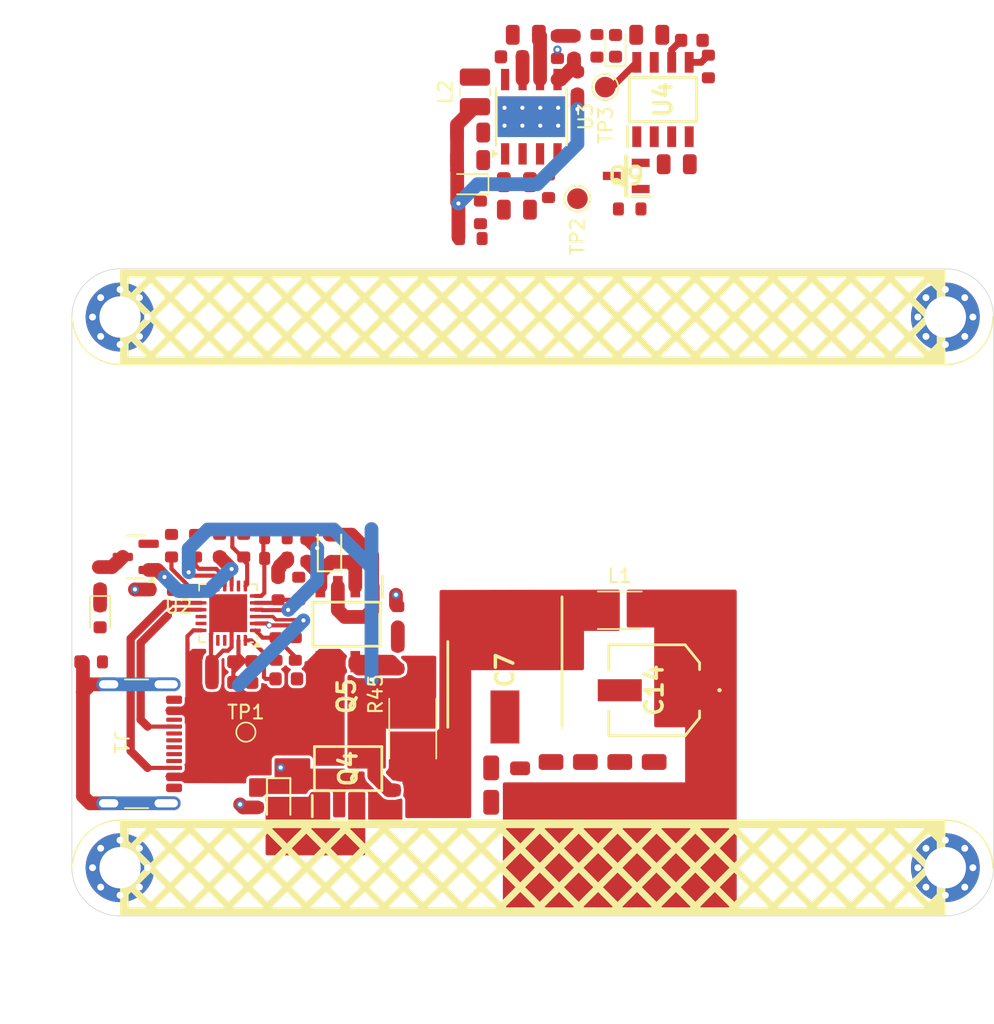
<source format=kicad_pcb>
(kicad_pcb (version 20241229) (generator "pcbnew") (generator_version "9.0")
  (layers (0 "F.Cu" signal) (4 "In1.Cu" signal) (6 "In2.Cu" signal) (8 "In3.Cu" signal) (10 "In4.Cu" signal) (2 "B.Cu" signal) (13 "F.Paste" user) (15 "B.Paste" user) (5 "F.SilkS" user "F.Silkscreen") (7 "B.SilkS" user "B.Silkscreen") (1 "F.Mask" user) (3 "B.Mask" user) (25 "Edge.Cuts" user))
  (net 0 "")
  (net 1 "GND")
  (net 2 "+VBUS_PD")
  (net 3 "Net-(U2-VDDD)")
  (net 4 "Net-(U2-VCCD)")
  (net 5 "Net-(Q4-G1)")
  (net 6 "Net-(Q4-D1_1)")
  (net 7 "Net-(Q4-S1)")
  (net 8 "Net-(Q5-S1)")
  (net 9 "Net-(Q5-G1)")
  (net 10 "Net-(J1-CC1)")
  (net 11 "Net-(J1-D+-PadA6)")
  (net 12 "Net-(J1-D--PadA7)")
  (net 13 "Net-(J1-SHIELD)")
  (net 14 "Net-(J1-CC2)")
  (net 15 "+VBUS_SAFE")
  (net 16 "PD_FAULT")
  (net 17 "Net-(Q6-D)")
  (net 18 "Net-(U2-VBUS_FET_EN)")
  (net 19 "Net-(U2-SAFE_PWR_EN)")
  (net 20 "Net-(U2-VBUS_MIN)")
  (net 21 "Net-(U2-ISNK_FINE)")
  (net 22 "Net-(U2-ISNK_COARSE)")
  (net 23 "+3.3V")
  (net 24 "PD_SCL")
  (net 25 "PD_SDA")
  (net 26 "Net-(D3-K)")
  (net 27 "PD_INT")
  (net 28 "PD_FLIP")
  (net 29 "PD_SAFE")
  (net 34 "PD_IO1")
  (net 35 "+V_MAIN")
  (net 36 "Net-(U2-GND-Pad22)")
  (net 37 "Net-(U3-BOOT)")
  (net 38 "Net-(U3-SW)")
  (net 39 "Net-(D13-A)")
  (net 40 "Net-(U3-VCC)")
  (net 41 "+3V3")
  (net 42 "+5V")
  (net 43 "Net-(U4-CDELAY)")
  (net 44 "Net-(D13-K)")
  (net 45 "Net-(D14-K)")
  (net 46 "Net-(U3-FB)")
  (net 47 "Net-(R39-Pad2)")
  (net 48 "Net-(U4-PWRGD)")
  (net 49 "Net-(U3-EN)")
  (net 51 "Net-(C26-Pad1)")
  (footprint "PCM_JLCPCB:R_0603" (layer "F.Cu") (at 140.739999 123.610003 -90)
    (property "Reference" "R27" (hide yes))
    (property "Value" "2.2kΩ")
  )
  (footprint "PCM_JLCPCB:R_0603" (layer "F.Cu") (at 142.489997 123.610001 -90)
    (property "Reference" "R30" (hide yes))
    (property "Value" "2.2kΩ")
  )
  (footprint "PCM_JLCPCB:R_0603" (layer "F.Cu") (at 179.770002 88.800001 90)
    (property "Reference" "R43" (hide yes))
    (property "Value" "100kΩ")
  )
  (footprint "PCM_JLCPCB:R_0603" (layer "F.Cu") (at 135.55 125.95 90)
    (property "Reference" "R28" (hide yes))
    (property "Value" "2.2kΩ")
  )
  (footprint "PCM_JLCPCB:C_0603" (layer "F.Cu") (at 146.582497 132.784004 -90)
    (property "Reference" "C10" (hide yes))
    (property "Value" "4.7uF")
  )
  (footprint "PCM_JLCPCB:R_0603" (layer "F.Cu") (at 148.332507 123.034002 180)
    (property "Reference" "R25" (hide yes))
    (property "Value" "10kΩ")
  )
  (footprint "PCM_JLCPCB:R_0603" (layer "F.Cu") (at 150.595413 123.942194 90)
    (property "Reference" "R19" (hide yes))
    (property "Value" "1kΩ")
  )
  (footprint "PCM_JLCPCB:R_0603" (layer "F.Cu") (at 139.99 126.790002)
    (property "Reference" "R26" (hide yes))
    (property "Value" "2.2kΩ")
  )
  (footprint "PCM_JLCPCB:R_0603" (layer "F.Cu") (at 171.669998 87.300001 90)
    (property "Reference" "R44" (hide yes))
    (property "Value" "1kΩ")
  )
  (footprint "LED_SMD:LED_0603_1608Metric" (layer "F.Cu") (at 135.55 128.75 -90)
    (property "Reference" "D3" (hide yes))
    (property "Value" "LED")
  )
  (footprint "PCM_JLCPCB:C_0603" (layer "F.Cu") (at 144.459996 133.539998 180)
    (property "Reference" "C8" (hide yes))
    (property "Value" "100nF")
  )
  (footprint "DCPower:CAPAE830X1100N" (layer "F.Cu") (at 164.979999 132.649997 -90)
    (property "Reference" "C7")
    (property "Value" "100uF" (hide yes))
  )
  (footprint "PCM_JLCPCB:R_0603" (layer "F.Cu") (at 150.079998 141.799996 90)
    (property "Reference" "R1" (hide yes))
    (property "Value" "75kΩ")
  )
  (footprint "PCM_JLCPCB:R_0603" (layer "F.Cu") (at 148.489997 126.719998 90)
    (property "Reference" "R22" (hide yes))
    (property "Value" "2.2kΩ")
  )
  (footprint "PCM_JLCPCB:D_SOD-323" (layer "F.Cu") (at 152.227491 123.859003 90)
    (property "Reference" "D2" (hide yes))
    (property "Value" "H15VSD3B")
  )
  (footprint "TestPoint:TestPoint_Pad_D1.0mm" (layer "F.Cu") (at 146.15 137.15)
    (property "Reference" "TP1")
    (property "Value" "TestPoint")
  )
  (footprint "PCM_JLCPCB:R_0603" (layer "F.Cu") (at 134.9 132.05)
    (property "Reference" "R3" (hide yes))
    (property "Value" "1MΩ")
  )
  (footprint "PCM_JLCPCB:R_0603" (layer "F.Cu") (at 162.499998 101.300002)
    (property "Reference" "R41" (hide yes))
    (property "Value" "10kΩ")
  )
  (footprint "UniversalAlexLibrary:SOIC127P600X175-8N" (layer "F.Cu") (at 153.579998 139.799996 90)
    (property "Reference" "Q4")
    (property "Value" "DMP4025LSD-13" (hide yes))
  )
  (footprint "PCM_JLCPCB:R_0603" (layer "F.Cu") (at 154.512499 124.784003 180)
    (property "Reference" "R18" (hide yes))
    (property "Value" "75kΩ")
  )
  (footprint "PCM_JLCPCB:C_0805" (layer "F.Cu") (at 177.469999 95.9)
    (property "Reference" "C24" (hide yes))
    (property "Value" "10uF")
  )
  (footprint "PCM_JLCPCB:R_0603" (layer "F.Cu") (at 149.739996 131.11 -90)
    (property "Reference" "R24" (hide yes))
    (property "Value" "10kΩ")
  )
  (footprint "PCM_JLCPCB:C_0805" (layer "F.Cu") (at 165.849995 97.200002 180)
    (property "Reference" "C19" (hide yes))
    (property "Value" "220nF")
  )
  (footprint "PCM_JLCPCB:R_0603" (layer "F.Cu") (at 144.239995 123.609998 90)
    (property "Reference" "R31" (hide yes))
    (property "Value" "10kΩ")
  )
  (footprint "PCM_JLCPCB:Hole, 3mm" (layer "F.Cu") (at 137 107)
    (property "Reference" "H1" (hide yes))
    (property "Value" "~" (hide yes))
  )
  (footprint "PCM_JLCPCB:C_0603" (layer "F.Cu") (at 156.929998 142.149996 -90)
    (property "Reference" "C12" (hide yes))
    (property "Value" "1uF")
  )
  (footprint "PCM_JLCPCB:C_1206" (layer "F.Cu") (at 162.499999 142.25)
    (property "Reference" "C27" (hide yes))
    (property "Value" "10uF")
  )
  (footprint "PCM_JLCPCB:C_0603" (layer "F.Cu") (at 149.082497 133.284004)
    (property "Reference" "C11" (hide yes))
    (property "Value" "4.7uF")
  )
  (footprint "PCM_JLCPCB:R_0603" (layer "F.Cu") (at 146.979998 141.799996 -90)
    (property "Reference" "R17" (hide yes))
    (property "Value" "1kΩ")
  )
  (footprint "PCM_JLCPCB:C_0805" (layer "F.Cu") (at 175.47 86.5)
    (property "Reference" "C23" (hide yes))
    (property "Value" "22uF")
  )
  (footprint "TestPoint:TestPoint_Pad_D1.5mm" (layer "F.Cu") (at 170.249997 98.4 -90)
    (property "Reference" "TP2")
    (property "Value" "TestPoint")
  )
  (footprint "TestPoint:TestPoint_Pad_D1.5mm" (layer "F.Cu") (at 172.270001 90.3 90)
    (property "Reference" "TP3")
    (property "Value" "TestPoint")
  )
  (footprint "PCM_JLCPCB:R_0603" (layer "F.Cu") (at 148.337498 131.110001 -90)
    (property "Reference" "R20" (hide yes))
    (property "Value" "2.2kΩ")
  )
  (footprint "PCM_JLCPCB:C_0805" (layer "F.Cu") (at 166.079999 140.729999 90)
    (property "Reference" "C31" (hide yes))
    (property "Value" "2.2uF")
  )
  (footprint "Inductor_SMD:L_TDK_NLV32_3.2x2.5mm" (layer "F.Cu") (at 173.329997 128.299997)
    (property "Reference" "L1")
    (property "Value" "74479332257210")
  )
  (footprint "PCM_JLCPCB:C_1206" (layer "F.Cu") (at 162.5 139.75)
    (property "Reference" "C26" (hide yes))
    (property "Value" "10uF")
  )
  (footprint "PCM_JLCPCB:Q_SOT-23" (layer "F.Cu") (at 138.137911 124.420942 180)
    (property "Reference" "Q6" (hide yes))
    (property "Value" "2N7002")
  )
  (footprint "PCM_JLCPCB:C_1206" (layer "F.Cu") (at 175.829996 140.799997 90)
    (property "Reference" "C32" (hide yes))
    (property "Value" "4.7uF")
  )
  (footprint "SwiftModules:SOT95P237X112-3N" (layer "F.Cu") (at 173.8 96.75 180)
    (property "Reference" "Q9")
    (property "Value" "SQ2319CES-T1_GE3" (hide yes))
  )
  (footprint "DCPower:EEEHP1H4R7P" (layer "F.Cu") (at 175.829998 134.109998 90)
    (property "Reference" "C14")
    (property "Value" "47uF" (hide yes))
  )
  (footprint "PCM_JLCPCB:R_0603" (layer "F.Cu") (at 148.829998 139.049996 -90)
    (property "Reference" "R2" (hide yes))
    (property "Value" "10kΩ")
  )
  (footprint "PCM_JLCPCB:Hole, 3mm" (layer "F.Cu") (at 137 147)
    (property "Reference" "H4" (hide yes))
    (property "Value" "~" (hide yes))
  )
  (footprint "LED_SMD:LED_0603_1608Metric" (layer "F.Cu") (at 173.02 87.299999 90)
    (property "Reference" "D14" (hide yes))
    (property "Value" "LED")
  )
  (footprint "Package_DFN_QFN:QFN-24-1EP_4x4mm_P0.5mm_EP2.75x2.75mm" (layer "F.Cu") (at 144.86 128.51 180)
    (property "Reference" "U2")
    (property "Value" "CYPD3177-24LQ")
  )
  (footprint "PCM_JLCPCB:R_0603" (layer "F.Cu") (at 170.25 90.000003 90)
    (property "Reference" "R38" (hide yes))
    (property "Value" "100kΩ")
  )
  (footprint "PCM_JLCPCB:R_0603" (layer "F.Cu") (at 157.192493 131.714001 90)
    (property "Reference" "R32" (hide yes))
    (property "Value" "10kΩ")
  )
  (footprint "PCM_JLCPCB:R_0603" (layer "F.Cu") (at 168.149997 97.499996 90)
    (property "Reference" "R69" (hide yes))
    (property "Value" "10kΩ")
  )
  (footprint "PCM_JLCPCB:Hole, 3mm" (layer "F.Cu") (at 197 107)
    (property "Reference" "H2" (hide yes))
    (property "Value" "~" (hide yes))
  )
  (footprint "Connector_USB:USB_C_Receptacle_GCT_USB4105-xx-A_16P_TopMnt_Horizontal" (layer "F.Cu") (at 137.25 138 -90)
    (property "Reference" "J1")
    (property "Value" "USB_C_Receptacle_USB2.0_14P")
  )
  (footprint "Resistor_SMD:R_2512_6332Metric" (layer "F.Cu") (at 158.279998 136.899996 90)
    (property "Reference" "R45")
    (property "Value" "0.05")
  )
  (footprint "PCM_JLCPCB:C_0603" (layer "F.Cu") (at 144.460001 132.040004 180)
    (property "Reference" "C9" (hide yes))
    (property "Value" "100nF")
  )
  (footprint "PCM_JLCPCB:C_1206" (layer "F.Cu") (at 170.829997 140.799997 90)
    (property "Reference" "C29" (hide yes))
    (property "Value" "10uF")
  )
  (footprint "PCM_JLCPCB:R_0603" (layer "F.Cu") (at 157.192493 128.854001 90)
    (property "Reference" "R33" (hide yes))
    (property "Value" "10kΩ")
  )
  (footprint "PCM_JLCPCB:R_0603" (layer "F.Cu") (at 149.989999 126.720001 -90)
    (property "Reference" "R23" (hide yes))
    (property "Value" "2.2kΩ")
  )
  (footprint "Inductor_SMD:L_1008_2520Metric" (layer "F.Cu") (at 162.799996 90.649999 -90)
    (property "Reference" "L2")
    (property "Value" "1.5 uH")
  )
  (footprint "PCM_JLCPCB:C_0603" (layer "F.Cu") (at 178.569998 86.900001 180)
    (property "Reference" "C25" (hide yes))
    (property "Value" "1nF")
  )
  (footprint "PCM_JLCPCB:Hole, 3mm" (layer "F.Cu") (at 197 147)
    (property "Reference" "H3" (hide yes))
    (property "Value" "~" (hide yes))
  )
  (footprint "PCM_JLCPCB:C_0805" (layer "F.Cu") (at 162.449998 93.600003)
    (property "Reference" "C20" (hide yes))
    (property "Value" "22uF")
  )
  (footprint "PCM_JLCPCB:R_0603" (layer "F.Cu") (at 148.332497 124.534004)
    (property "Reference" "R21" (hide yes))
    (property "Value" "2.2kΩ")
  )
  (footprint "PCM_JLCPCB:C_1206" (layer "F.Cu") (at 168.329996 140.799999 90)
    (property "Reference" "C28" (hide yes))
    (property "Value" "10uF")
  )
  (footprint "PCM_JLCPCB:R_0603" (layer "F.Cu") (at 145.990002 123.609998 -90)
    (property "Reference" "R29" (hide yes))
    (property "Value" "2.2kΩ")
  )
  (footprint "NXP_CUP_Finals_LuckyBadgers:SOIC127P600X175-8N" (layer "F.Cu") (at 176.469997 91.200001 90)
    (property "Reference" "U4")
    (property "Value" "MCP1727T-3302E_SN" (hide yes))
  )
  (footprint "PCM_JLCPCB:C_0805" (layer "F.Cu") (at 165.849999 99.2 180)
    (property "Reference" "C18" (hide yes))
    (property "Value" "10uF")
  )
  (footprint "PCM_JLCPCB:C_0603" (layer "F.Cu") (at 150.079999 139.049996 -90)
    (property "Reference" "C13" (hide yes))
    (property "Value" "1uF")
  )
  (footprint "Package_SO:Texas_HSOP-8-1EP_3.9x4.9mm_P1.27mm_ThermalVias" (layer "F.Cu") (at 166.899999 92.450003 90)
    (property "Reference" "U3")
    (property "Value" "LMR33630CDDA")
  )
  (footprint "PCM_JLCPCB:C_1206" (layer "F.Cu") (at 173.330001 140.799997 90)
    (property "Reference" "C30" (hide yes))
    (property "Value" "10uF")
  )
  (footprint "LED_SMD:LED_0603_1608Metric" (layer "F.Cu") (at 162.299998 97.350002 180)
    (property "Reference" "D13" (hide yes))
    (property "Value" "LED")
  )
  (footprint "PCM_JLCPCB:R_0603" (layer "F.Cu") (at 163.199996 99.400002 -90)
    (property "Reference" "R40" (hide yes))
    (property "Value" "1kΩ")
  )
  (footprint "PCM_JLCPCB:R_0603" (layer "F.Cu") (at 170 87.4 90)
    (property "Reference" "R39" (hide yes))
    (property "Value" "24kΩ")
  )
  (footprint "PCM_JLCPCB:C_0805" (layer "F.Cu") (at 162.449994 95.600005)
    (property "Reference" "C21" (hide yes))
    (property "Value" "22uF")
  )
  (footprint "PCM_JLCPCB:R_0603" (layer "F.Cu") (at 168.799996 87.399998 -90)
    (property "Reference" "R42" (hide yes))
    (property "Value" "1kΩ")
  )
  (footprint "PCM_JLCPCB:C_0603" (layer "F.Cu") (at 165.470003 88.100002 180)
    (property "Reference" "C17" (hide yes))
    (property "Value" "100nF")
  )
  (footprint "UniversalAlexLibrary:SOIC127P600X175-8N" (layer "F.Cu") (at 153.467494 129.309004 -90)
    (property "Reference" "Q5")
    (property "Value" "DMP4025LSD-13" (hide yes))
  )
  (footprint "PCM_JLCPCB:D_SOD-323" (layer "F.Cu") (at 148.529998 142.099996 -90)
    (property "Reference" "D1" (hide yes))
    (property "Value" "H15VSD3B")
  )
  (footprint "PCM_JLCPCB:C_0805" (layer "F.Cu") (at 166.499997 86.5 180)
    (property "Reference" "C22" (hide yes))
    (property "Value" "1uF")
  )
  (footprint "PCM_JLCPCB:R_0603" (layer "F.Cu") (at 174.049995 99.150001 180)
    (property "Reference" "R37" (hide yes))
    (property "Value" "10kΩ")
  )
  (gr_line (start 197 110.45) (end 137 110.45) (stroke (width 0.1)) (layer "F.SilkS"))
  (gr_arc (start 197 143.55) (mid 199.439518 144.560482) (end 200.45 147) (stroke (width 0.1)) (layer "F.SilkS"))
  (gr_line (start 137 143.55) (end 197 143.55) (stroke (width 0.1)) (layer "F.SilkS"))
  (gr_arc (start 137 110.45) (mid 134.560482 109.439518) (end 133.55 107) (stroke (width 0.1)) (layer "F.SilkS"))
  (gr_arc (start 133.55 147) (mid 134.560482 144.560482) (end 137 143.55) (stroke (width 0.1)) (layer "F.SilkS"))
  (gr_arc (start 200.45 107) (mid 199.439518 109.439518) (end 197 110.45) (stroke (width 0.1)) (layer "F.SilkS"))
  (gr_line (start 137 150.5) (end 197 150.5) (stroke (width 0.05)) (layer "Edge.Cuts"))
  (gr_line (start 197 103.5) (end 137 103.5) (stroke (width 0.05)) (layer "Edge.Cuts"))
  (gr_line (start 200.5 147) (end 200.5 107) (stroke (width 0.05)) (layer "Edge.Cuts"))
  (gr_arc (start 137 150.5) (mid 134.525126 149.474874) (end 133.5 147) (stroke (width 0.05)) (layer "Edge.Cuts"))
  (gr_arc (start 200.5 147) (mid 199.474874 149.474874) (end 197 150.5) (stroke (width 0.05)) (layer "Edge.Cuts"))
  (gr_line (start 133.5 107) (end 133.5 147) (stroke (width 0.05)) (layer "Edge.Cuts"))
  (gr_arc (start 133.5 107) (mid 134.525126 104.525126) (end 137 103.5) (stroke (width 0.05)) (layer "Edge.Cuts"))
  (gr_arc (start 197 103.5) (mid 199.474874 104.525126) (end 200.5 107) (stroke (width 0.05)) (layer "Edge.Cuts"))
  (segment (start 143.609995 130.485) (end 143.609997 130.021509) (width 0.3) (layer "F.Cu") (net 1))
  (segment (start 144.845508 131.236) (end 144.483996 131.235998) (width 0.3) (layer "F.Cu") (net 1))
  (segment (start 149.059996 124.789999) (end 149.152497 124.697498) (width 1) (layer "F.Cu") (net 1))
  (segment (start 145.109995 130.484999) (end 145.109997 130.971511) (width 0.3) (layer "F.Cu") (net 1))
  (segment (start 149.152497 124.697498) (end 149.152497 124.534004) (width 1) (layer "F.Cu") (net 1))
  (segment (start 145.109997 128.759995) (end 144.86 128.51) (width 0.3) (layer "F.Cu") (net 1))
  (segment (start 157.057495 127.174004) (end 157.057495 127.918999) (width 1) (layer "F.Cu") (net 1))
  (segment (start 143.679998 133.539995) (end 143.679996 132.04) (width 1) (layer "F.Cu") (net 1))
  (segment (start 148.613497 125.073004) (end 148.613497 125.187752) (width 1) (layer "F.Cu") (net 1))
  (segment (start 144.483996 131.235998) (end 143.679996 132.04) (width 0.3) (layer "F.Cu") (net 1))
  (segment (start 143.609997 130.021509) (end 143.636001 129.995503) (width 0.3) (layer "F.Cu") (net 1))
  (segment (start 145.109995 130.484999) (end 145.109997 128.759995) (width 0.3) (layer "F.Cu") (net 1))
  (segment (start 168.799998 88.220004) (end 168.799996 87.580004) (width 0.5) (layer "F.Cu") (net 1))
  (segment (start 148.613497 125.187752) (end 148.489999 125.31125) (width 1) (layer "F.Cu") (net 1))
  (segment (start 143.636001 129.995503) (end 143.635996 129.733998) (width 0.3) (layer "F.Cu") (net 1))
  (segment (start 143.679996 132.04) (end 143.609996 131.969994) (width 0.3) (layer "F.Cu") (net 1))
  (segment (start 143.635996 129.733998) (end 144.86 128.51) (width 0.3) (layer "F.Cu") (net 1))
  (segment (start 145.109997 130.971511) (end 144.845508 131.236) (width 0.3) (layer "F.Cu") (net 1))
  (segment (start 148.489999 125.31125) (end 148.489999 125.9) (width 1) (layer "F.Cu") (net 1))
  (segment (start 143.609996 131.969994) (end 143.609995 130.485) (width 0.3) (layer "F.Cu") (net 1))
  (segment (start 149.152497 124.534004) (end 148.613497 125.073004) (width 1) (layer "F.Cu") (net 1))
  (via (at 168.799996 87.580004) (size 0.6) (drill 0.3) (layers "F.Cu" "B.Cu") (net 1))
  (via (at 157.057497 127.174002) (size 0.6) (drill 0.3) (layers "F.Cu" "B.Cu") (net 1))
  (segment (start 142.233998 125.784004) (end 141.99 125.54) (width 0.3) (layer "F.Cu") (net 2))
  (segment (start 156.929998 141.369997) (end 156.549999 141.369997) (width 1) (layer "F.Cu") (net 2))
  (segment (start 144.109998 126.535) (end 144.109995 126.048491) (width 0.3) (layer "F.Cu") (net 2))
  (segment (start 155.484998 140.304996) (end 155.484998 137.074995) (width 1) (layer "F.Cu") (net 2))
  (segment (start 144.109995 126.048491) (end 143.845506 125.784) (width 0.3) (layer "F.Cu") (net 2))
  (segment (start 143.845506 125.784) (end 142.233998 125.784004) (width 0.3) (layer "F.Cu") (net 2))
  (segment (start 156.549999 141.369997) (end 155.484998 140.304996) (width 1) (layer "F.Cu") (net 2))
  (via (at 155.279999 133.327992) (size 0.6) (drill 0.3) (layers "F.Cu" "B.Cu") (net 2))
  (via (at 141.99 125.54) (size 0.45) (drill 0.3) (layers "F.Cu" "B.Cu") (net 2))
  (segment (start 141.99 123.826501) (end 141.99 125.54) (width 1) (layer "B.Cu") (net 2))
  (segment (start 152.532501 122.434008) (end 143.382493 122.434008) (width 1) (layer "B.Cu") (net 2))
  (segment (start 143.382493 122.434008) (end 141.99 123.826501) (width 1) (layer "B.Cu") (net 2))
  (segment (start 155.182497 125.084004) (end 152.532501 122.434008) (width 1) (layer "B.Cu") (net 2))
  (segment (start 155.279999 133.327992) (end 155.279999 122.399996) (width 1) (layer "B.Cu") (net 2))
  (segment (start 145.610001 131.534004) (end 145.610001 131.669999) (width 0.3) (layer "F.Cu") (net 3))
  (segment (start 146.080002 132.004005) (end 145.610001 131.534004) (width 0.3) (layer "F.Cu") (net 3))
  (segment (start 146.019999 132.004005) (end 145.24 132.784004) (width 0.3) (layer "F.Cu") (net 3))
  (segment (start 146.582497 132.004005) (end 146.080002 132.004005) (width 0.3) (layer "F.Cu") (net 3))
  (segment (start 146.582497 132.004005) (end 146.019999 132.004005) (width 0.3) (layer "F.Cu") (net 3))
  (segment (start 145.610001 131.669999) (end 145.24 132.04) (width 0.3) (layer "F.Cu") (net 3))
  (segment (start 146.582497 132.004005) (end 145.275999 132.004005) (width 0.3) (layer "F.Cu") (net 3))
  (segment (start 145.24 132.784004) (end 145.24 133.539993) (width 0.3) (layer "F.Cu") (net 3))
  (segment (start 145.275999 132.004005) (end 145.24 132.040004) (width 0.3) (layer "F.Cu") (net 3))
  (segment (start 145.609997 130.484999) (end 145.610001 131.534004) (width 0.3) (layer "F.Cu") (net 3))
  (segment (start 145.24 133.539993) (end 145.239995 133.539998) (width 0.3) (layer "F.Cu") (net 3))
  (segment (start 145.24 132.04) (end 145.24 132.784004) (width 0.3) (layer "F.Cu") (net 3))
  (segment (start 146.544247 130.485) (end 147.462983 131.403736) (width 0.3) (layer "F.Cu") (net 4))
  (segment (start 146.109998 130.485) (end 146.544247 130.485) (width 0.3) (layer "F.Cu") (net 4))
  (segment (start 147.462983 133.16449) (end 147.582497 133.284004) (width 0.3) (layer "F.Cu") (net 4))
  (segment (start 147.582497 133.284004) (end 148.302498 133.284004) (width 0.3) (layer "F.Cu") (net 4))
  (segment (start 147.462983 131.403736) (end 147.462983 133.16449) (width 0.3) (layer "F.Cu") (net 4))
  (via (at 148.674995 139.724996) (size 0.6) (drill 0.3) (layers "F.Cu" "B.Cu") (net 5))
  (segment (start 141.9 131.75) (end 141.9 130.686506) (width 0.3) (layer "F.Cu") (net 6))
  (segment (start 142.326506 129.76) (end 141.9 130.186506) (width 0.3) (layer "F.Cu") (net 6))
  (segment (start 141.9 130.186506) (end 141.9 131.75) (width 0.3) (layer "F.Cu") (net 6))
  (segment (start 141.9 130.686506) (end 141.902498 130.684008) (width 0.3) (layer "F.Cu") (net 6))
  (segment (start 142.884999 129.76) (end 142.326506 129.76) (width 0.3) (layer "F.Cu") (net 6))
  (segment (start 155.372496 128.244006) (end 154.832491 128.784008) (width 1) (layer "F.Cu") (net 8))
  (segment (start 154.832491 128.784008) (end 153.332498 128.784007) (width 1) (layer "F.Cu") (net 8))
  (segment (start 155.332499 125.359003) (end 155.332496 124.784005) (width 1) (layer "F.Cu") (net 8))
  (segment (start 153.332498 128.784007) (end 152.832497 128.284004) (width 1) (layer "F.Cu") (net 8))
  (segment (start 152.832497 128.284004) (end 152.832489 126.584) (width 1) (layer "F.Cu") (net 8))
  (segment (start 155.372494 126.584002) (end 155.332496 126.544006) (width 1) (layer "F.Cu") (net 8))
  (segment (start 155.372494 126.584002) (end 155.372496 128.244006) (width 1) (layer "F.Cu") (net 8))
  (segment (start 155.332499 125.359003) (end 155.332497 124.309004) (width 1) (layer "F.Cu") (net 8))
  (segment (start 155.332496 126.544006) (end 155.332499 125.359003) (width 1) (layer "F.Cu") (net 8))
  (segment (start 153.832497 122.809003) (end 152.227492 122.809003) (width 1) (layer "F.Cu") (net 8))
  (segment (start 155.332497 124.309004) (end 153.832497 122.809003) (width 1) (layer "F.Cu") (net 8))
  (segment (start 150.595412 124.762194) (end 151.186538 125.353319) (width 1) (layer "F.Cu") (net 9))
  (segment (start 154.102489 125.194006) (end 153.692495 124.784001) (width 1) (layer "F.Cu") (net 9))
  (segment (start 151.186538 125.353319) (end 151.341815 125.353319) (width 1) (layer "F.Cu") (net 9))
  (segment (start 153.692498 124.784005) (end 152.352489 124.784003) (width 1) (layer "F.Cu") (net 9))
  (segment (start 154.102494 126.584004) (end 154.102489 125.194006) (width 1) (layer "F.Cu") (net 9))
  (segment (start 151.341815 125.353319) (end 151.562494 125.574001) (width 1) (layer "F.Cu") (net 9))
  (segment (start 151.562494 125.574001) (end 151.562497 126.584002) (width 1) (layer "F.Cu") (net 9))
  (segment (start 152.227492 124.909002) (end 151.562494 125.574001) (width 1) (layer "F.Cu") (net 9))
  (segment (start 152.352489 124.784003) (end 152.227492 124.909002) (width 1) (layer "F.Cu") (net 9))
  (segment (start 138.5 133.569374) (end 138.5 136.25) (width 0.6) (layer "F.Cu") (net 10))
  (segment (start 140.895883 128.259997) (end 142.884999 128.259997) (width 0.3) (layer "F.Cu") (net 10))
  (segment (start 140.471872 128.684008) (end 140.895883 128.259997) (width 0.3) (layer "F.Cu") (net 10))
  (segment (start 138.5 130.65588) (end 138.5 133.569374) (width 0.6) (layer "F.Cu") (net 10))
  (segment (start 138.999999 136.749999) (end 140.93 136.749999) (width 0.3) (layer "F.Cu") (net 10))
  (segment (start 138.5 136.25) (end 138.999999 136.749999) (width 0.6) (layer "F.Cu") (net 10))
  (segment (start 140.471872 128.684008) (end 138.5 130.65588) (width 0.6) (layer "F.Cu") (net 10))
  (segment (start 134.301 141.801) (end 134.301 134.249) (width 1) (layer "F.Cu") (net 13))
  (segment (start 134.301 134.249) (end 134.87 133.68) (width 1) (layer "F.Cu") (net 13))
  (segment (start 134.87 133.68) (end 136.175 133.68) (width 1) (layer "F.Cu") (net 13))
  (segment (start 136.175 142.320001) (end 134.820001 142.320001) (width 1) (layer "F.Cu") (net 13))
  (segment (start 134.301 134.249) (end 134.301 132.05) (width 1) (layer "F.Cu") (net 13))
  (segment (start 134.820001 142.320001) (end 134.301 141.801) (width 1) (layer "F.Cu") (net 13))
  (segment (start 136.175 133.68) (end 140.355002 133.68) (width 1) (layer "B.Cu") (net 13))
  (segment (start 136.175 142.320001) (end 140.355 142.320002) (width 1) (layer "B.Cu") (net 13))
  (segment (start 137.772 133.267826) (end 137.772 130.354332) (width 0.6) (layer "F.Cu") (net 14))
  (segment (start 137.772 130.354332) (end 140.292324 127.834008) (width 0.6) (layer "F.Cu") (net 14))
  (segment (start 140.292324 127.834008) (end 140.504456 127.834008) (width 0.6) (layer "F.Cu") (net 14))
  (segment (start 142.885 127.76) (end 140.578464 127.76) (width 0.3) (layer "F.Cu") (net 14))
  (segment (start 139.649912 128.534004) (end 139.582497 128.534004) (width 0.3) (layer "F.Cu") (net 14))
  (segment (start 139 139.75) (end 137.772 138.522) (width 0.6) (layer "F.Cu") (net 14))
  (segment (start 140.578464 127.76) (end 140.572462 127.766002) (width 0.3) (layer "F.Cu") (net 14))
  (segment (start 137.772 138.522) (end 137.772 133.267826) (width 0.6) (layer "F.Cu") (net 14))
  (segment (start 139 139.75) (end 140.930001 139.75) (width 0.3) (layer "F.Cu") (net 14))
  (segment (start 154.102497 132.034002) (end 154.102498 132.264002) (width 1) (layer "F.Cu") (net 15))
  (segment (start 157.192493 132.534001) (end 156.692494 132.034002) (width 1) (layer "F.Cu") (net 15))
  (segment (start 154.372497 132.534001) (end 157.192493 132.534001) (width 1) (layer "F.Cu") (net 15))
  (segment (start 154.102498 132.264002) (end 154.372497 132.534001) (width 1) (layer "F.Cu") (net 15))
  (segment (start 156.692494 132.034002) (end 154.102497 132.034002) (width 1) (layer "F.Cu") (net 15))
  (segment (start 145.110003 126.534999) (end 145.110003 125.30001) (width 0.3) (layer "F.Cu") (net 16))
  (segment (start 139.719437 125.370945) (end 140.096873 125.748381) (width 1) (layer "F.Cu") (net 16))
  (segment (start 144.239995 124.429998) (end 144.239995 124.434739) (width 1) (layer "F.Cu") (net 16))
  (segment (start 145.110003 125.30001) (end 145.110005 125.300008) (width 0.3) (layer "F.Cu") (net 16))
  (segment (start 139.077914 125.370945) (end 139.719437 125.370945) (width 1) (layer "F.Cu") (net 16))
  (segment (start 144.239995 124.434739) (end 145.107635 125.302379) (width 1) (layer "F.Cu") (net 16))
  (via (at 140.232496 125.884004) (size 0.6) (drill 0.3) (layers "F.Cu" "B.Cu") (net 16))
  (via (at 145.110005 125.300008) (size 0.45) (drill 0.3) (layers "F.Cu" "B.Cu") (net 16))
  (segment (start 145.036498 125.300008) (end 145.110005 125.300008) (width 1) (layer "B.Cu") (net 16))
  (segment (start 140.232496 125.884004) (end 141.240684 126.892192) (width 1) (layer "B.Cu") (net 16))
  (segment (start 141.240684 126.892192) (end 143.444314 126.892192) (width 1) (layer "B.Cu") (net 16))
  (segment (start 143.444314 126.892192) (end 145.036498 125.300008) (width 1) (layer "B.Cu") (net 16))
  (segment (start 136.415558 125.16344) (end 135.457912 125.163439) (width 1) (layer "F.Cu") (net 17))
  (segment (start 136.694994 124.884001) (end 136.415558 125.16344) (width 1) (layer "F.Cu") (net 17))
  (segment (start 137.197912 124.42094) (end 136.734851 124.884004) (width 1) (layer "F.Cu") (net 17))
  (segment (start 136.734851 124.884004) (end 136.694994 124.884001) (width 1) (layer "F.Cu") (net 17))
  (segment (start 146.979998 142.619996) (end 145.949998 142.619996) (width 1) (layer "F.Cu") (net 18))
  (segment (start 149.42997 128.993877) (end 149.429964 128.993883) (width 0.25) (layer "F.Cu") (net 18))
  (segment (start 148.106498 128.760003) (end 146.835001 128.760003) (width 0.25) (layer "F.Cu") (net 18))
  (segment (start 145.949998 142.619996) (end 145.729998 142.399996) (width 1) (layer "F.Cu") (net 18))
  (segment (start 148.34038 128.993885) (end 148.106498 128.760003) (width 0.25) (layer "F.Cu") (net 18))
  (segment (start 149.763817 128.993887) (end 149.763812 128.993882) (width 0.25) (layer "F.Cu") (net 18))
  (segment (start 149.763812 128.993882) (end 149.609277 128.993882) (width 0.25) (layer "F.Cu") (net 18))
  (segment (start 149.609277 128.993882) (end 149.42997 128.993877) (width 0.25) (layer "F.Cu") (net 18))
  (segment (start 149.80394 129.034004) (end 149.763826 128.993887) (width 0.25) (layer "F.Cu") (net 18))
  (segment (start 149.429964 128.993883) (end 148.34038 128.993885) (width 0.25) (layer "F.Cu") (net 18))
  (segment (start 150.332497 129.034004) (end 149.80394 129.034004) (width 0.25) (layer "F.Cu") (net 18))
  (segment (start 149.763826 128.993887) (end 149.763817 128.993887) (width 0.25) (layer "F.Cu") (net 18))
  (via (at 145.729998 142.399996) (size 0.6) (drill 0.3) (layers "F.Cu" "B.Cu") (net 18))
  (via (at 150.332497 129.034004) (size 0.6) (drill 0.3) (layers "F.Cu" "B.Cu") (net 18))
  (segment (start 145.632496 133.734005) (end 150.332497 129.034004) (width 1) (layer "B.Cu") (net 18))
  (segment (start 146.834998 128.259998) (end 147.321506 128.260002) (width 0.3) (layer "F.Cu") (net 19))
  (segment (start 147.351504 128.289997) (end 149.206423 128.289997) (width 0.3) (layer "F.Cu") (net 19))
  (segment (start 150.670687 123.122194) (end 151.332497 123.784004) (width 1) (layer "F.Cu") (net 19))
  (segment (start 149.206423 128.289997) (end 149.222842 128.273578) (width 0.3) (layer "F.Cu") (net 19))
  (segment (start 150.595413 123.122194) (end 150.670687 123.122194) (width 1) (layer "F.Cu") (net 19))
  (segment (start 147.321506 128.260002) (end 147.351504 128.289997) (width 0.3) (layer "F.Cu") (net 19))
  (via (at 149.222842 128.273578) (size 0.6) (drill 0.3) (layers "F.Cu" "B.Cu") (net 19))
  (via (at 151.332497 123.784004) (size 0.6) (drill 0.3) (layers "F.Cu" "B.Cu") (net 19))
  (segment (start 151.332497 126.163923) (end 149.222842 128.273578) (width 1) (layer "B.Cu") (net 19))
  (segment (start 151.332497 123.784004) (end 151.332497 126.163923) (width 1) (layer "B.Cu") (net 19))
  (segment (start 149.739997 131.691504) (end 149.739997 131.930003) (width 0.3) (layer "F.Cu") (net 20))
  (segment (start 148.338493 130.29) (end 149.739997 131.691504) (width 0.3) (layer "F.Cu") (net 20))
  (segment (start 147.364994 130.289998) (end 148.338493 130.29) (width 0.3) (layer "F.Cu") (net 20))
  (segment (start 146.834993 129.759999) (end 147.364994 130.289998) (width 0.3) (layer "F.Cu") (net 20))
  (segment (start 147.419999 124.790003) (end 147.419995 124.790003) (width 0.3) (layer "F.Cu") (net 21))
  (segment (start 147.419995 124.790003) (end 147.419998 123.290001) (width 0.3) (layer "F.Cu") (net 21))
  (segment (start 147.489997 127.04) (end 147.489997 124.859998) (width 0.3) (layer "F.Cu") (net 21))
  (segment (start 146.834997 127.259997) (end 147.270001 127.26) (width 0.3) (layer "F.Cu") (net 21))
  (segment (start 147.489997 124.859998) (end 147.419999 124.790003) (width 0.3) (layer "F.Cu") (net 21))
  (segment (start 147.270001 127.26) (end 147.489997 127.04) (width 0.3) (layer "F.Cu") (net 21))
  (segment (start 148.489993 127.540003) (end 149.989998 127.540006) (width 0.3) (layer "F.Cu") (net 22))
  (segment (start 148.489993 127.540003) (end 148.269997 127.760001) (width 0.3) (layer "F.Cu") (net 22))
  (segment (start 148.269997 127.760001) (end 146.835 127.759998) (width 0.3) (layer "F.Cu") (net 22))
  (segment (start 149.740003 130.290003) (end 149.739997 129.540003) (width 0.3) (layer "F.Cu") (net 23))
  (segment (start 138.088495 126.790002) (end 138.082497 126.784004) (width 1) (layer "F.Cu") (net 23))
  (segment (start 149.596885 129.396882) (end 147.846882 129.396887) (width 0.3) (layer "F.Cu") (net 23))
  (segment (start 147.846882 129.396887) (end 147.709998 129.259998) (width 0.3) (layer "F.Cu") (net 23))
  (segment (start 139.17 126.790002) (end 138.088495 126.790002) (width 1) (layer "F.Cu") (net 23))
  (segment (start 149.739997 129.540003) (end 149.596885 129.396882) (width 0.3) (layer "F.Cu") (net 23))
  (segment (start 147.709998 129.259998) (end 146.834998 129.260001) (width 0.3) (layer "F.Cu") (net 23))
  (via (at 147.846882 129.396887) (size 0.45) (drill 0.3) (layers "F.Cu" "B.Cu") (net 23))
  (via (at 138.082497 126.784004) (size 0.6) (drill 0.3) (layers "F.Cu" "B.Cu") (net 23))
  (segment (start 141.279996 127.259998) (end 140.809996 126.789999) (width 0.3) (layer "F.Cu") (net 24))
  (segment (start 142.884997 127.259997) (end 141.279996 127.259998) (width 0.3) (layer "F.Cu") (net 24))
  (segment (start 141.984999 126.535002) (end 140.739994 125.289999) (width 0.3) (layer "F.Cu") (net 25))
  (segment (start 140.739998 124.43) (end 140.629995 124.429997) (width 0.3) (layer "F.Cu") (net 25))
  (segment (start 143.609996 126.534998) (end 141.984999 126.535002) (width 0.3) (layer "F.Cu") (net 25))
  (segment (start 140.739994 125.289999) (end 140.739998 124.43) (width 0.3) (layer "F.Cu") (net 25))
  (segment (start 135.55 126.77) (end 135.55 127.962499) (width 1) (layer "F.Cu") (net 26))
  (segment (start 145.240003 123.790001) (end 145.163996 123.714) (width 0.3) (layer "F.Cu") (net 27))
  (segment (start 145.163996 123.714) (end 145.163997 122.356225) (width 0.3) (layer "F.Cu") (net 27))
  (segment (start 146.239998 126.405) (end 146.239997 124.929998) (width 0.3) (layer "F.Cu") (net 27))
  (segment (start 146.239997 124.929998) (end 145.989998 124.680002) (width 0.3) (layer "F.Cu") (net 27))
  (segment (start 146.109996 126.535001) (end 146.239998 126.405) (width 0.3) (layer "F.Cu") (net 27))
  (segment (start 145.989998 124.680002) (end 145.989997 124.430002) (width 0.3) (layer "F.Cu") (net 27))
  (segment (start 145.989997 124.430002) (end 145.879996 124.430001) (width 0.3) (layer "F.Cu") (net 27))
  (segment (start 145.879996 124.430001) (end 145.240003 123.790001) (width 0.3) (layer "F.Cu") (net 27))
  (segment (start 143.989998 125.289997) (end 142.739993 125.290003) (width 0.3) (layer "F.Cu") (net 28))
  (segment (start 144.609992 126.534999) (end 144.609996 125.909999) (width 0.3) (layer "F.Cu") (net 28))
  (segment (start 144.609996 125.909999) (end 143.989998 125.289997) (width 0.3) (layer "F.Cu") (net 28))
  (segment (start 142.489997 125.04) (end 142.489999 124.680001) (width 0.3) (layer "F.Cu") (net 28))
  (segment (start 142.739993 125.290003) (end 142.489997 125.04) (width 0.3) (layer "F.Cu") (net 28))
  (segment (start 157.192496 130.894001) (end 157.192495 129.533998) (width 1) (layer "F.Cu") (net 29))
  (segment (start 166.264994 88.115003) (end 166.249996 88.100003) (width 1) (layer "F.Cu") (net 37))
  (segment (start 166.265001 89.750001) (end 166.264994 88.115003) (width 1) (layer "F.Cu") (net 37))
  (segment (start 161.512492 97.350001) (end 161.512496 96.350001) (width 1) (layer "F.Cu") (net 39))
  (segment (start 161.5 93.025003) (end 162.799999 91.724998) (width 1) (layer "F.Cu") (net 39))
  (segment (start 161.499997 96.337501) (end 161.499995 93.600002) (width 1) (layer "F.Cu") (net 39))
  (segment (start 161.599998 98.750001) (end 161.512495 98.662499) (width 1) (layer "F.Cu") (net 39))
  (segment (start 161.512495 98.662499) (end 161.512492 97.350001) (width 1) (layer "F.Cu") (net 39))
  (segment (start 170.249994 90.82) (end 170.249995 91.900003) (width 1) (layer "F.Cu") (net 39))
  (segment (start 161.512496 96.350001) (end 161.499997 96.337501) (width 1) (layer "F.Cu") (net 39))
  (segment (start 161.599998 98.750001) (end 161.599995 101.220002) (width 1) (layer "F.Cu") (net 39))
  (segment (start 161.499995 93.600002) (end 161.5 93.025003) (width 1) (layer "F.Cu") (net 39))
  (via (at 161.599998 98.750001) (size 0.6) (drill 0.3) (layers "F.Cu" "B.Cu") (net 39))
  (via (at 170.249995 91.900003) (size 0.6) (drill 0.3) (layers "F.Cu" "B.Cu") (net 39))
  (segment (start 167.327 97.349998) (end 170.25 94.427002) (width 1) (layer "B.Cu") (net 39))
  (segment (start 170.25 94.427002) (end 170.249995 91.900003) (width 1) (layer "B.Cu") (net 39))
  (segment (start 162.999996 97.35) (end 167.327 97.349998) (width 1) (layer "B.Cu") (net 39))
  (segment (start 161.599998 98.750001) (end 162.999996 97.35) (width 1) (layer "B.Cu") (net 39))
  (segment (start 167.534997 86.584998) (end 167.449995 86.500002) (width 1) (layer "F.Cu") (net 40))
  (segment (start 167.534997 89.750001) (end 167.534997 86.584998) (width 1) (layer "F.Cu") (net 40))
  (segment (start 172.765 90.3) (end 174.564997 88.5) (width 0.5) (layer "F.Cu") (net 41))
  (segment (start 172.270001 90.3) (end 172.765 90.3) (width 0.5) (layer "F.Cu") (net 41))
  (segment (start 177.105003 87.585001) (end 177.789999 86.9) (width 0.5) (layer "F.Cu") (net 43))
  (segment (start 177.104998 88.500001) (end 177.105003 87.585001) (width 0.5) (layer "F.Cu") (net 43))
  (segment (start 169.999996 88.774747) (end 169.999998 88.220001) (width 1) (layer "F.Cu") (net 46))
  (segment (start 170.000002 88.930006) (end 170.249994 89.18) (width 1) (layer "F.Cu") (net 46))
  (segment (start 169.024747 89.75) (end 169.999996 88.774747) (width 1) (layer "F.Cu") (net 46))
  (segment (start 169.999998 88.220001) (end 170.000002 88.930006) (width 1) (layer "F.Cu") (net 46))
  (segment (start 168.804995 89.750006) (end 169.024747 89.75) (width 1) (layer "F.Cu") (net 46))
  (segment (start 170.000001 86.579997) (end 168.799995 86.58) (width 1) (layer "F.Cu") (net 47))
  (segment (start 178.374999 88.500001) (end 179.250001 88.500002) (width 0.5) (layer "F.Cu") (net 48))
  (segment (start 179.250001 88.500002) (end 179.769998 87.980001) (width 0.5) (layer "F.Cu") (net 48))
  (zone (net 6) (net_name "Net-(Q4-D1_1)") (layer "F.Cu") (connect_pads thru_hole_only (clearance 0.2)) (min_thickness 0.2) (fill yes (thermal_gap 0.5) (thermal_bridge_width 0.5) (smoothing chamfer) (radius 0.5) (island_removal_mode 2) (island_area_min 10))
    (polygon (pts (xy 140.25 140.85) (xy 153.5 140.9) (xy 153.5 139.1) (xy 153.5 131.1) (xy 151.025039 131.1) (xy 151.025039 132) (xy 149.5 132) (xy 149.5 131.1) (xy 141.75 131.1) (xy 141.75 135.1) (xy 140.25 135.1) (xy 140.25 136.05) (xy 141.75 136.05) (xy 141.75 139.9) (xy 140.25 139.9)))
  )
  (zone (net 51) (net_name "Net-(C26-Pad1)") (layer "F.Cu") (priority 1) (connect_pads thru_hole_only (clearance 0.2)) (min_thickness 0.25) (fill yes (thermal_gap 0.5) (thermal_bridge_width 0.5))
    (polygon (pts (xy 162.53 143.399999) (xy 160.199999 143.399999) (xy 157.529998 143.399996) (xy 157.529999 140.749996) (xy 156.329998 140.749996) (xy 156.329998 136.899996) (xy 160.209999 136.899996) (xy 160.229998 126.824997) (xy 173.329997 126.8) (xy 173.329995 129.799996) (xy 170.729999 129.799997) (xy 170.729998 132.649999) (xy 164.979999 132.649997) (xy 162.529997 132.649999)))
  )
  (zone (net 5) (net_name "Net-(Q4-G1)") (layer "F.Cu") (priority 2) (connect_pads thru_hole_only (clearance 0.2)) (min_thickness 0.25) (fill yes (thermal_gap 0.5) (thermal_bridge_width 0.5))
    (polygon (pts (xy 157.529998 143.549996) (xy 154.829998 143.549992) (xy 154.829998 141.499996) (xy 153.579998 141.499996) (xy 153.579998 143.549996) (xy 152.279998 143.549992) (xy 152.279998 141.499996) (xy 150.879998 141.499996) (xy 150.679998 141.849996) (xy 146.379998 141.849996) (xy 146.379998 140.499996) (xy 148.229998 140.499996) (xy 148.229998 139.049998) (xy 150.829998 139.049996) (xy 150.829998 139.799996) (xy 156.329998 139.799996) (xy 156.329998 140.749996) (xy 157.529998 140.749996)))
  )
  (zone (net 7) (net_name "Net-(Q4-S1)") (layer "F.Cu") (priority 3) (connect_pads thru_hole_only (clearance 0.2)) (min_thickness 0.25) (fill yes (thermal_gap 0.5) (thermal_bridge_width 0.5))
    (polygon (pts (xy 153.579998 141.499996) (xy 154.829998 141.499996) (xy 154.829998 146.099996) (xy 147.579998 146.099996) (xy 147.579998 141.849996) (xy 150.679998 141.849996) (xy 150.879998 141.499996) (xy 152.279998 141.499996) (xy 152.279998 143.549992) (xy 153.579998 143.549996)))
  )
  (zone (net 35) (net_name "+V_MAIN") (layer "F.Cu") (priority 8) (connect_pads yes (clearance 0.2)) (min_thickness 0.25) (fill yes (thermal_gap 0.5) (thermal_bridge_width 0.5))
    (polygon (pts (xy 179.329996 126.799997) (xy 173.829999 126.8) (xy 173.829996 129.549996) (xy 175.829996 129.549998) (xy 175.829996 136.799998) (xy 178.079997 136.799998) (xy 178.079996 140.799996) (xy 164.829997 140.799997) (xy 164.829997 150.449997) (xy 181.829997 150.449997) (xy 181.829998 126.799998)))
  )
  (zone (net 2) (net_name "+VBUS_PD") (layer "F.Cu") (priority 4) (connect_pads thru_hole_only (clearance 0.2)) (min_thickness 0.25) (fill yes (thermal_gap 0.5) (thermal_bridge_width 0.5))
    (polygon (pts (xy 156.329998 139.799996) (xy 156.329998 136.899996) (xy 159.989998 136.899996) (xy 159.989998 131.599996) (xy 153.529998 131.599996) (xy 153.529998 139.799996)))
  )
  (zone (net 0) (net_name "") (layer "F.SilkS") (connect_pads (clearance 0.2)) (min_thickness 0.25) (fill yes (mode hatch) (thermal_gap 0.5) (thermal_bridge_width 0.5) (hatch_thickness 0.5) (hatch_gap 1.5) (hatch_orientation 45) (hatch_border_algorithm hatch_thickness) (hatch_min_hole_area 0.3))
    (polygon (pts (xy 137 150.5) (xy 197 150.5) (xy 197 143.5) (xy 137 143.5)))
  )
  (zone (net 0) (net_name "") (layer "F.SilkS") (connect_pads (clearance 0.2)) (min_thickness 0.25) (fill yes (mode hatch) (thermal_gap 0.5) (thermal_bridge_width 0.5) (hatch_thickness 0.5) (hatch_gap 1.5) (hatch_orientation 45) (hatch_border_algorithm hatch_thickness) (hatch_min_hole_area 0.3))
    (polygon (pts (xy 137 110.5) (xy 197 110.5) (xy 197 103.5) (xy 137 103.5)))
  )
)
</source>
